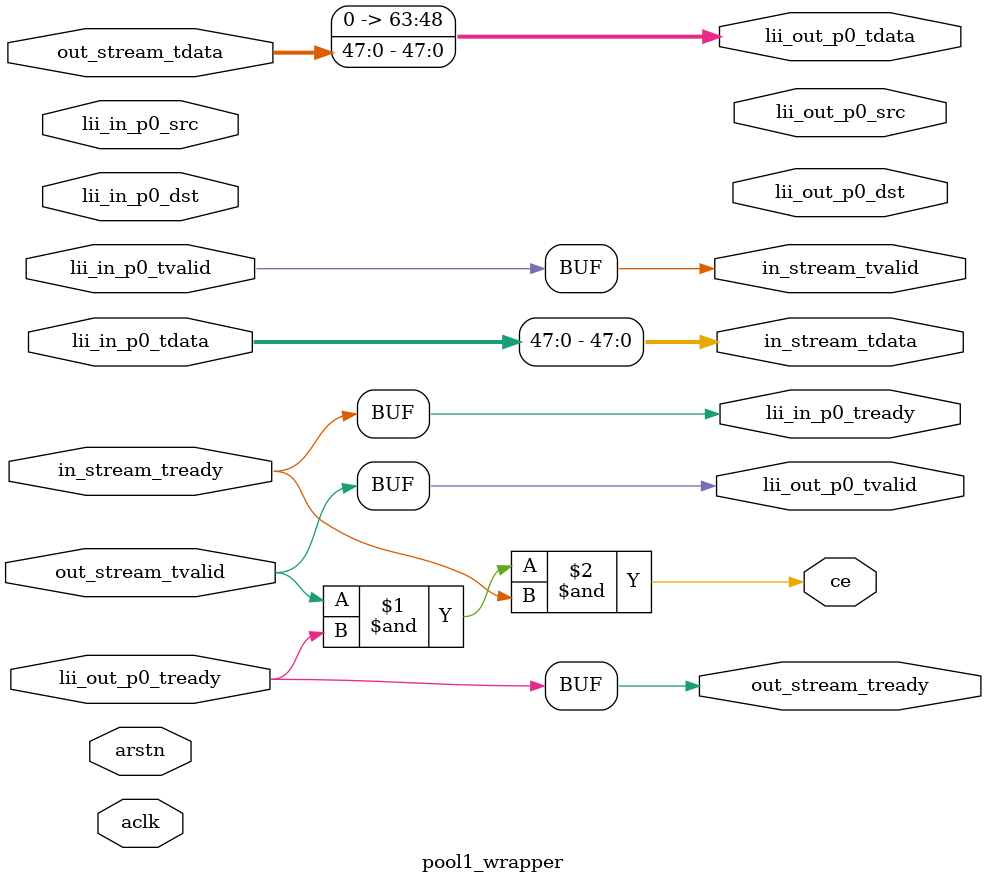
<source format=v>
`timescale 1ns/1ps

module pool1_wrapper
#(
    parameter NIN  = 1,   // logic input streams
    parameter NOUT = 1,  // logic output streams
    parameter P    = 1,              // phy in channels
    parameter Q    = 1,             // phy out channels
    parameter PW   = 64              // packing width
)
(
    // ------ clock and reset ------
    input  wire                     aclk,
    input  wire                     arstn,
    // ------ LII phy input ------
    input  wire [PW-1:0]            lii_in_p0_tdata,
    input  wire                     lii_in_p0_tvalid,
    output wire                     lii_in_p0_tready,
    input  wire [7:0]               lii_in_p0_src,
    input  wire [7:0]               lii_in_p0_dst,
    // ------ LII phy output ------
    output wire [PW-1:0]            lii_out_p0_tdata,
    output wire                     lii_out_p0_tvalid,
    input  wire                     lii_out_p0_tready,
    output wire [7:0]               lii_out_p0_src,
    output wire [7:0]               lii_out_p0_dst,
    // ------ connection to HLS kernel ------
    output wire [47:0]   in_stream_tdata,
    output wire                     in_stream_tvalid,
    input  wire                     in_stream_tready,
    input  wire [47:0]   out_stream_tdata,
    input  wire                     out_stream_tvalid,
    output wire                     out_stream_tready,
    // ------ clock enable for HLS kernel ------
    output wire                     ce
);

    // ========= input: unpack =========
    assign lii_in_p0_tready =
        in_stream_tready;
    assign in_stream_tdata  = lii_in_p0_tdata[47:0];
    assign in_stream_tvalid = lii_in_p0_tvalid;

    // ========= output: pack =========
    assign lii_out_p0_tvalid = 
        out_stream_tvalid;
    assign lii_out_p0_tdata = {
        out_stream_tdata
    };
    assign { out_stream_tready } =
           { lii_out_p0_tready };

    // ========= kernel clock gating =========
    assign ce = (out_stream_tvalid) &
                (lii_out_p0_tready) &
                (lii_in_p0_tready);
endmodule
</source>
